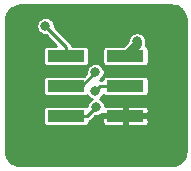
<source format=gbr>
%TF.GenerationSoftware,KiCad,Pcbnew,(5.1.8)-1*%
%TF.CreationDate,2022-07-09T12:20:42+10:00*%
%TF.ProjectId,ICSP_edge_adapter,49435350-5f65-4646-9765-5f6164617074,rev?*%
%TF.SameCoordinates,Original*%
%TF.FileFunction,Copper,L1,Top*%
%TF.FilePolarity,Positive*%
%FSLAX46Y46*%
G04 Gerber Fmt 4.6, Leading zero omitted, Abs format (unit mm)*
G04 Created by KiCad (PCBNEW (5.1.8)-1) date 2022-07-09 12:20:42*
%MOMM*%
%LPD*%
G01*
G04 APERTURE LIST*
%TA.AperFunction,SMDPad,CuDef*%
%ADD10R,3.150000X1.000000*%
%TD*%
%TA.AperFunction,ViaPad*%
%ADD11C,0.800000*%
%TD*%
%TA.AperFunction,Conductor*%
%ADD12C,0.250000*%
%TD*%
%TA.AperFunction,Conductor*%
%ADD13C,0.750000*%
%TD*%
%TA.AperFunction,Conductor*%
%ADD14C,0.254000*%
%TD*%
%TA.AperFunction,Conductor*%
%ADD15C,0.100000*%
%TD*%
G04 APERTURE END LIST*
D10*
%TO.P,J1,1*%
%TO.N,/MISO*%
X99183401Y-45065801D03*
%TO.P,J1,2*%
%TO.N,+3V3*%
X104233401Y-45065801D03*
%TO.P,J1,3*%
%TO.N,/SCK*%
X99183401Y-47605801D03*
%TO.P,J1,4*%
%TO.N,/MOSI*%
X104233401Y-47605801D03*
%TO.P,J1,5*%
%TO.N,/RST*%
X99183401Y-50145801D03*
%TO.P,J1,6*%
%TO.N,GND*%
X104233401Y-50145801D03*
%TD*%
D11*
%TO.N,/MISO*%
X97464880Y-42555160D03*
%TO.N,+3V3*%
X105227120Y-43835320D03*
%TO.N,/SCK*%
X101686360Y-46446440D03*
%TO.N,/MOSI*%
X101666040Y-48006000D03*
%TO.N,/RST*%
X101752400Y-49392840D03*
%TO.N,GND*%
X95849440Y-43545760D03*
X95849440Y-51739800D03*
X97398840Y-53207920D03*
X100434986Y-53207920D03*
X95849440Y-48462184D03*
X95849440Y-46823376D03*
X103471132Y-53207920D03*
X106507280Y-53207920D03*
X107523280Y-46401736D03*
X107523280Y-48040544D03*
X107523280Y-51318160D03*
X107523280Y-43124120D03*
%TD*%
D12*
%TO.N,/MISO*%
X99183401Y-44273681D02*
X97464880Y-42555160D01*
X99183401Y-45065801D02*
X99183401Y-44273681D01*
D13*
%TO.N,+3V3*%
X105227120Y-44072082D02*
X104233401Y-45065801D01*
X105227120Y-43835320D02*
X105227120Y-44072082D01*
D12*
%TO.N,/SCK*%
X100526999Y-47605801D02*
X99183401Y-47605801D01*
X101686360Y-46446440D02*
X100526999Y-47605801D01*
%TO.N,/MOSI*%
X102066239Y-47605801D02*
X104233401Y-47605801D01*
X101666040Y-48006000D02*
X102066239Y-47605801D01*
%TO.N,/RST*%
X100999439Y-50145801D02*
X99183401Y-50145801D01*
X101752400Y-49392840D02*
X100999439Y-50145801D01*
%TD*%
D14*
%TO.N,GND*%
X108132709Y-40787998D02*
X108379967Y-40812243D01*
X108598877Y-40878336D01*
X108800786Y-40985692D01*
X108977995Y-41130221D01*
X109123756Y-41306417D01*
X109232520Y-41507572D01*
X109300140Y-41726016D01*
X109326001Y-41972064D01*
X109326818Y-53141734D01*
X109302578Y-53388962D01*
X109236483Y-53607878D01*
X109129128Y-53809783D01*
X108984600Y-53986993D01*
X108808404Y-54132755D01*
X108607247Y-54241520D01*
X108388802Y-54309140D01*
X108142768Y-54335000D01*
X95320456Y-54335000D01*
X95073219Y-54310759D01*
X94854303Y-54244664D01*
X94652398Y-54137309D01*
X94475188Y-53992781D01*
X94329426Y-53816585D01*
X94220661Y-53615428D01*
X94153041Y-53396983D01*
X94127181Y-53150951D01*
X94127622Y-47105801D01*
X97229577Y-47105801D01*
X97229577Y-48105801D01*
X97236856Y-48179706D01*
X97258413Y-48250771D01*
X97293420Y-48316264D01*
X97340532Y-48373670D01*
X97397938Y-48420782D01*
X97463431Y-48455789D01*
X97534496Y-48477346D01*
X97608401Y-48484625D01*
X100758401Y-48484625D01*
X100832306Y-48477346D01*
X100903371Y-48455789D01*
X100968864Y-48420782D01*
X100994590Y-48399669D01*
X101062504Y-48501309D01*
X101170731Y-48609536D01*
X101297992Y-48694569D01*
X101360267Y-48720364D01*
X101257091Y-48789304D01*
X101148864Y-48897531D01*
X101063831Y-49024792D01*
X101005259Y-49166197D01*
X100975400Y-49316312D01*
X100975400Y-49336184D01*
X100968864Y-49330820D01*
X100903371Y-49295813D01*
X100832306Y-49274256D01*
X100758401Y-49266977D01*
X97608401Y-49266977D01*
X97534496Y-49274256D01*
X97463431Y-49295813D01*
X97397938Y-49330820D01*
X97340532Y-49377932D01*
X97293420Y-49435338D01*
X97258413Y-49500831D01*
X97236856Y-49571896D01*
X97229577Y-49645801D01*
X97229577Y-50645801D01*
X97236856Y-50719706D01*
X97258413Y-50790771D01*
X97293420Y-50856264D01*
X97340532Y-50913670D01*
X97397938Y-50960782D01*
X97463431Y-50995789D01*
X97534496Y-51017346D01*
X97608401Y-51024625D01*
X100758401Y-51024625D01*
X100832306Y-51017346D01*
X100903371Y-50995789D01*
X100968864Y-50960782D01*
X101026270Y-50913670D01*
X101073382Y-50856264D01*
X101108389Y-50790771D01*
X101129946Y-50719706D01*
X101137225Y-50645801D01*
X102279577Y-50645801D01*
X102286856Y-50719706D01*
X102308413Y-50790771D01*
X102343420Y-50856264D01*
X102390532Y-50913670D01*
X102447938Y-50960782D01*
X102513431Y-50995789D01*
X102584496Y-51017346D01*
X102658401Y-51024625D01*
X104012151Y-51022801D01*
X104106401Y-50928551D01*
X104106401Y-50272801D01*
X104360401Y-50272801D01*
X104360401Y-50928551D01*
X104454651Y-51022801D01*
X105808401Y-51024625D01*
X105882306Y-51017346D01*
X105953371Y-50995789D01*
X106018864Y-50960782D01*
X106076270Y-50913670D01*
X106123382Y-50856264D01*
X106158389Y-50790771D01*
X106179946Y-50719706D01*
X106187225Y-50645801D01*
X106185401Y-50367051D01*
X106091151Y-50272801D01*
X104360401Y-50272801D01*
X104106401Y-50272801D01*
X102375651Y-50272801D01*
X102281401Y-50367051D01*
X102279577Y-50645801D01*
X101137225Y-50645801D01*
X101137225Y-50628592D01*
X101192475Y-50611832D01*
X101279684Y-50565218D01*
X101356123Y-50502485D01*
X101371840Y-50483334D01*
X101685335Y-50169840D01*
X101828928Y-50169840D01*
X101979043Y-50139981D01*
X102120448Y-50081409D01*
X102247709Y-49996376D01*
X102300468Y-49943618D01*
X102375651Y-50018801D01*
X104106401Y-50018801D01*
X104106401Y-49363051D01*
X104360401Y-49363051D01*
X104360401Y-50018801D01*
X106091151Y-50018801D01*
X106185401Y-49924551D01*
X106187225Y-49645801D01*
X106179946Y-49571896D01*
X106158389Y-49500831D01*
X106123382Y-49435338D01*
X106076270Y-49377932D01*
X106018864Y-49330820D01*
X105953371Y-49295813D01*
X105882306Y-49274256D01*
X105808401Y-49266977D01*
X104454651Y-49268801D01*
X104360401Y-49363051D01*
X104106401Y-49363051D01*
X104012151Y-49268801D01*
X102658401Y-49266977D01*
X102584496Y-49274256D01*
X102524646Y-49292411D01*
X102499541Y-49166197D01*
X102440969Y-49024792D01*
X102355936Y-48897531D01*
X102247709Y-48789304D01*
X102120448Y-48704271D01*
X102058173Y-48678476D01*
X102161349Y-48609536D01*
X102269576Y-48501309D01*
X102354609Y-48374048D01*
X102366763Y-48344707D01*
X102390532Y-48373670D01*
X102447938Y-48420782D01*
X102513431Y-48455789D01*
X102584496Y-48477346D01*
X102658401Y-48484625D01*
X105808401Y-48484625D01*
X105882306Y-48477346D01*
X105953371Y-48455789D01*
X106018864Y-48420782D01*
X106076270Y-48373670D01*
X106123382Y-48316264D01*
X106158389Y-48250771D01*
X106179946Y-48179706D01*
X106187225Y-48105801D01*
X106187225Y-47105801D01*
X106179946Y-47031896D01*
X106158389Y-46960831D01*
X106123382Y-46895338D01*
X106076270Y-46837932D01*
X106018864Y-46790820D01*
X105953371Y-46755813D01*
X105882306Y-46734256D01*
X105808401Y-46726977D01*
X102658401Y-46726977D01*
X102584496Y-46734256D01*
X102513431Y-46755813D01*
X102447938Y-46790820D01*
X102390532Y-46837932D01*
X102343420Y-46895338D01*
X102308413Y-46960831D01*
X102286856Y-47031896D01*
X102279774Y-47103801D01*
X102101114Y-47103801D01*
X102181669Y-47049976D01*
X102289896Y-46941749D01*
X102374929Y-46814488D01*
X102433501Y-46673083D01*
X102463360Y-46522968D01*
X102463360Y-46369912D01*
X102433501Y-46219797D01*
X102374929Y-46078392D01*
X102289896Y-45951131D01*
X102181669Y-45842904D01*
X102054408Y-45757871D01*
X101913003Y-45699299D01*
X101762888Y-45669440D01*
X101609832Y-45669440D01*
X101459717Y-45699299D01*
X101318312Y-45757871D01*
X101191051Y-45842904D01*
X101082824Y-45951131D01*
X100997791Y-46078392D01*
X100939219Y-46219797D01*
X100909360Y-46369912D01*
X100909360Y-46513505D01*
X100695889Y-46726977D01*
X97608401Y-46726977D01*
X97534496Y-46734256D01*
X97463431Y-46755813D01*
X97397938Y-46790820D01*
X97340532Y-46837932D01*
X97293420Y-46895338D01*
X97258413Y-46960831D01*
X97236856Y-47031896D01*
X97229577Y-47105801D01*
X94127622Y-47105801D01*
X94127961Y-42478632D01*
X96687880Y-42478632D01*
X96687880Y-42631688D01*
X96717739Y-42781803D01*
X96776311Y-42923208D01*
X96861344Y-43050469D01*
X96969571Y-43158696D01*
X97096832Y-43243729D01*
X97238237Y-43302301D01*
X97388352Y-43332160D01*
X97531945Y-43332160D01*
X98386762Y-44186977D01*
X97608401Y-44186977D01*
X97534496Y-44194256D01*
X97463431Y-44215813D01*
X97397938Y-44250820D01*
X97340532Y-44297932D01*
X97293420Y-44355338D01*
X97258413Y-44420831D01*
X97236856Y-44491896D01*
X97229577Y-44565801D01*
X97229577Y-45565801D01*
X97236856Y-45639706D01*
X97258413Y-45710771D01*
X97293420Y-45776264D01*
X97340532Y-45833670D01*
X97397938Y-45880782D01*
X97463431Y-45915789D01*
X97534496Y-45937346D01*
X97608401Y-45944625D01*
X100758401Y-45944625D01*
X100832306Y-45937346D01*
X100903371Y-45915789D01*
X100968864Y-45880782D01*
X101026270Y-45833670D01*
X101073382Y-45776264D01*
X101108389Y-45710771D01*
X101129946Y-45639706D01*
X101137225Y-45565801D01*
X101137225Y-44565801D01*
X102279577Y-44565801D01*
X102279577Y-45565801D01*
X102286856Y-45639706D01*
X102308413Y-45710771D01*
X102343420Y-45776264D01*
X102390532Y-45833670D01*
X102447938Y-45880782D01*
X102513431Y-45915789D01*
X102584496Y-45937346D01*
X102658401Y-45944625D01*
X105808401Y-45944625D01*
X105882306Y-45937346D01*
X105953371Y-45915789D01*
X106018864Y-45880782D01*
X106076270Y-45833670D01*
X106123382Y-45776264D01*
X106158389Y-45710771D01*
X106179946Y-45639706D01*
X106187225Y-45565801D01*
X106187225Y-44565801D01*
X106179946Y-44491896D01*
X106158389Y-44420831D01*
X106123382Y-44355338D01*
X106076270Y-44297932D01*
X106018864Y-44250820D01*
X105967127Y-44223166D01*
X105968239Y-44219499D01*
X105979120Y-44109019D01*
X105979120Y-44109018D01*
X105982758Y-44072082D01*
X105979277Y-44036744D01*
X106004120Y-43911848D01*
X106004120Y-43758792D01*
X105974261Y-43608677D01*
X105915689Y-43467272D01*
X105830656Y-43340011D01*
X105722429Y-43231784D01*
X105595168Y-43146751D01*
X105453763Y-43088179D01*
X105303648Y-43058320D01*
X105150592Y-43058320D01*
X105000477Y-43088179D01*
X104859072Y-43146751D01*
X104731811Y-43231784D01*
X104623584Y-43340011D01*
X104538551Y-43467272D01*
X104479979Y-43608677D01*
X104450120Y-43758792D01*
X104450120Y-43785593D01*
X104048737Y-44186977D01*
X102658401Y-44186977D01*
X102584496Y-44194256D01*
X102513431Y-44215813D01*
X102447938Y-44250820D01*
X102390532Y-44297932D01*
X102343420Y-44355338D01*
X102308413Y-44420831D01*
X102286856Y-44491896D01*
X102279577Y-44565801D01*
X101137225Y-44565801D01*
X101129946Y-44491896D01*
X101108389Y-44420831D01*
X101073382Y-44355338D01*
X101026270Y-44297932D01*
X100968864Y-44250820D01*
X100903371Y-44215813D01*
X100832306Y-44194256D01*
X100758401Y-44186977D01*
X99679290Y-44186977D01*
X99678137Y-44175272D01*
X99649432Y-44080645D01*
X99627733Y-44040049D01*
X99602818Y-43993435D01*
X99555801Y-43936145D01*
X99555793Y-43936137D01*
X99540085Y-43916997D01*
X99520944Y-43901288D01*
X98241880Y-42622225D01*
X98241880Y-42478632D01*
X98212021Y-42328517D01*
X98153449Y-42187112D01*
X98068416Y-42059851D01*
X97960189Y-41951624D01*
X97832928Y-41866591D01*
X97691523Y-41808019D01*
X97541408Y-41778160D01*
X97388352Y-41778160D01*
X97238237Y-41808019D01*
X97096832Y-41866591D01*
X96969571Y-41951624D01*
X96861344Y-42059851D01*
X96776311Y-42187112D01*
X96717739Y-42328517D01*
X96687880Y-42478632D01*
X94127961Y-42478632D01*
X94127998Y-41980476D01*
X94152243Y-41733214D01*
X94218336Y-41514304D01*
X94325692Y-41312395D01*
X94470221Y-41135186D01*
X94646417Y-40989425D01*
X94847572Y-40880661D01*
X95066016Y-40813041D01*
X95312053Y-40787181D01*
X108132709Y-40787998D01*
%TA.AperFunction,Conductor*%
D15*
G36*
X108132709Y-40787998D02*
G01*
X108379967Y-40812243D01*
X108598877Y-40878336D01*
X108800786Y-40985692D01*
X108977995Y-41130221D01*
X109123756Y-41306417D01*
X109232520Y-41507572D01*
X109300140Y-41726016D01*
X109326001Y-41972064D01*
X109326818Y-53141734D01*
X109302578Y-53388962D01*
X109236483Y-53607878D01*
X109129128Y-53809783D01*
X108984600Y-53986993D01*
X108808404Y-54132755D01*
X108607247Y-54241520D01*
X108388802Y-54309140D01*
X108142768Y-54335000D01*
X95320456Y-54335000D01*
X95073219Y-54310759D01*
X94854303Y-54244664D01*
X94652398Y-54137309D01*
X94475188Y-53992781D01*
X94329426Y-53816585D01*
X94220661Y-53615428D01*
X94153041Y-53396983D01*
X94127181Y-53150951D01*
X94127622Y-47105801D01*
X97229577Y-47105801D01*
X97229577Y-48105801D01*
X97236856Y-48179706D01*
X97258413Y-48250771D01*
X97293420Y-48316264D01*
X97340532Y-48373670D01*
X97397938Y-48420782D01*
X97463431Y-48455789D01*
X97534496Y-48477346D01*
X97608401Y-48484625D01*
X100758401Y-48484625D01*
X100832306Y-48477346D01*
X100903371Y-48455789D01*
X100968864Y-48420782D01*
X100994590Y-48399669D01*
X101062504Y-48501309D01*
X101170731Y-48609536D01*
X101297992Y-48694569D01*
X101360267Y-48720364D01*
X101257091Y-48789304D01*
X101148864Y-48897531D01*
X101063831Y-49024792D01*
X101005259Y-49166197D01*
X100975400Y-49316312D01*
X100975400Y-49336184D01*
X100968864Y-49330820D01*
X100903371Y-49295813D01*
X100832306Y-49274256D01*
X100758401Y-49266977D01*
X97608401Y-49266977D01*
X97534496Y-49274256D01*
X97463431Y-49295813D01*
X97397938Y-49330820D01*
X97340532Y-49377932D01*
X97293420Y-49435338D01*
X97258413Y-49500831D01*
X97236856Y-49571896D01*
X97229577Y-49645801D01*
X97229577Y-50645801D01*
X97236856Y-50719706D01*
X97258413Y-50790771D01*
X97293420Y-50856264D01*
X97340532Y-50913670D01*
X97397938Y-50960782D01*
X97463431Y-50995789D01*
X97534496Y-51017346D01*
X97608401Y-51024625D01*
X100758401Y-51024625D01*
X100832306Y-51017346D01*
X100903371Y-50995789D01*
X100968864Y-50960782D01*
X101026270Y-50913670D01*
X101073382Y-50856264D01*
X101108389Y-50790771D01*
X101129946Y-50719706D01*
X101137225Y-50645801D01*
X102279577Y-50645801D01*
X102286856Y-50719706D01*
X102308413Y-50790771D01*
X102343420Y-50856264D01*
X102390532Y-50913670D01*
X102447938Y-50960782D01*
X102513431Y-50995789D01*
X102584496Y-51017346D01*
X102658401Y-51024625D01*
X104012151Y-51022801D01*
X104106401Y-50928551D01*
X104106401Y-50272801D01*
X104360401Y-50272801D01*
X104360401Y-50928551D01*
X104454651Y-51022801D01*
X105808401Y-51024625D01*
X105882306Y-51017346D01*
X105953371Y-50995789D01*
X106018864Y-50960782D01*
X106076270Y-50913670D01*
X106123382Y-50856264D01*
X106158389Y-50790771D01*
X106179946Y-50719706D01*
X106187225Y-50645801D01*
X106185401Y-50367051D01*
X106091151Y-50272801D01*
X104360401Y-50272801D01*
X104106401Y-50272801D01*
X102375651Y-50272801D01*
X102281401Y-50367051D01*
X102279577Y-50645801D01*
X101137225Y-50645801D01*
X101137225Y-50628592D01*
X101192475Y-50611832D01*
X101279684Y-50565218D01*
X101356123Y-50502485D01*
X101371840Y-50483334D01*
X101685335Y-50169840D01*
X101828928Y-50169840D01*
X101979043Y-50139981D01*
X102120448Y-50081409D01*
X102247709Y-49996376D01*
X102300468Y-49943618D01*
X102375651Y-50018801D01*
X104106401Y-50018801D01*
X104106401Y-49363051D01*
X104360401Y-49363051D01*
X104360401Y-50018801D01*
X106091151Y-50018801D01*
X106185401Y-49924551D01*
X106187225Y-49645801D01*
X106179946Y-49571896D01*
X106158389Y-49500831D01*
X106123382Y-49435338D01*
X106076270Y-49377932D01*
X106018864Y-49330820D01*
X105953371Y-49295813D01*
X105882306Y-49274256D01*
X105808401Y-49266977D01*
X104454651Y-49268801D01*
X104360401Y-49363051D01*
X104106401Y-49363051D01*
X104012151Y-49268801D01*
X102658401Y-49266977D01*
X102584496Y-49274256D01*
X102524646Y-49292411D01*
X102499541Y-49166197D01*
X102440969Y-49024792D01*
X102355936Y-48897531D01*
X102247709Y-48789304D01*
X102120448Y-48704271D01*
X102058173Y-48678476D01*
X102161349Y-48609536D01*
X102269576Y-48501309D01*
X102354609Y-48374048D01*
X102366763Y-48344707D01*
X102390532Y-48373670D01*
X102447938Y-48420782D01*
X102513431Y-48455789D01*
X102584496Y-48477346D01*
X102658401Y-48484625D01*
X105808401Y-48484625D01*
X105882306Y-48477346D01*
X105953371Y-48455789D01*
X106018864Y-48420782D01*
X106076270Y-48373670D01*
X106123382Y-48316264D01*
X106158389Y-48250771D01*
X106179946Y-48179706D01*
X106187225Y-48105801D01*
X106187225Y-47105801D01*
X106179946Y-47031896D01*
X106158389Y-46960831D01*
X106123382Y-46895338D01*
X106076270Y-46837932D01*
X106018864Y-46790820D01*
X105953371Y-46755813D01*
X105882306Y-46734256D01*
X105808401Y-46726977D01*
X102658401Y-46726977D01*
X102584496Y-46734256D01*
X102513431Y-46755813D01*
X102447938Y-46790820D01*
X102390532Y-46837932D01*
X102343420Y-46895338D01*
X102308413Y-46960831D01*
X102286856Y-47031896D01*
X102279774Y-47103801D01*
X102101114Y-47103801D01*
X102181669Y-47049976D01*
X102289896Y-46941749D01*
X102374929Y-46814488D01*
X102433501Y-46673083D01*
X102463360Y-46522968D01*
X102463360Y-46369912D01*
X102433501Y-46219797D01*
X102374929Y-46078392D01*
X102289896Y-45951131D01*
X102181669Y-45842904D01*
X102054408Y-45757871D01*
X101913003Y-45699299D01*
X101762888Y-45669440D01*
X101609832Y-45669440D01*
X101459717Y-45699299D01*
X101318312Y-45757871D01*
X101191051Y-45842904D01*
X101082824Y-45951131D01*
X100997791Y-46078392D01*
X100939219Y-46219797D01*
X100909360Y-46369912D01*
X100909360Y-46513505D01*
X100695889Y-46726977D01*
X97608401Y-46726977D01*
X97534496Y-46734256D01*
X97463431Y-46755813D01*
X97397938Y-46790820D01*
X97340532Y-46837932D01*
X97293420Y-46895338D01*
X97258413Y-46960831D01*
X97236856Y-47031896D01*
X97229577Y-47105801D01*
X94127622Y-47105801D01*
X94127961Y-42478632D01*
X96687880Y-42478632D01*
X96687880Y-42631688D01*
X96717739Y-42781803D01*
X96776311Y-42923208D01*
X96861344Y-43050469D01*
X96969571Y-43158696D01*
X97096832Y-43243729D01*
X97238237Y-43302301D01*
X97388352Y-43332160D01*
X97531945Y-43332160D01*
X98386762Y-44186977D01*
X97608401Y-44186977D01*
X97534496Y-44194256D01*
X97463431Y-44215813D01*
X97397938Y-44250820D01*
X97340532Y-44297932D01*
X97293420Y-44355338D01*
X97258413Y-44420831D01*
X97236856Y-44491896D01*
X97229577Y-44565801D01*
X97229577Y-45565801D01*
X97236856Y-45639706D01*
X97258413Y-45710771D01*
X97293420Y-45776264D01*
X97340532Y-45833670D01*
X97397938Y-45880782D01*
X97463431Y-45915789D01*
X97534496Y-45937346D01*
X97608401Y-45944625D01*
X100758401Y-45944625D01*
X100832306Y-45937346D01*
X100903371Y-45915789D01*
X100968864Y-45880782D01*
X101026270Y-45833670D01*
X101073382Y-45776264D01*
X101108389Y-45710771D01*
X101129946Y-45639706D01*
X101137225Y-45565801D01*
X101137225Y-44565801D01*
X102279577Y-44565801D01*
X102279577Y-45565801D01*
X102286856Y-45639706D01*
X102308413Y-45710771D01*
X102343420Y-45776264D01*
X102390532Y-45833670D01*
X102447938Y-45880782D01*
X102513431Y-45915789D01*
X102584496Y-45937346D01*
X102658401Y-45944625D01*
X105808401Y-45944625D01*
X105882306Y-45937346D01*
X105953371Y-45915789D01*
X106018864Y-45880782D01*
X106076270Y-45833670D01*
X106123382Y-45776264D01*
X106158389Y-45710771D01*
X106179946Y-45639706D01*
X106187225Y-45565801D01*
X106187225Y-44565801D01*
X106179946Y-44491896D01*
X106158389Y-44420831D01*
X106123382Y-44355338D01*
X106076270Y-44297932D01*
X106018864Y-44250820D01*
X105967127Y-44223166D01*
X105968239Y-44219499D01*
X105979120Y-44109019D01*
X105979120Y-44109018D01*
X105982758Y-44072082D01*
X105979277Y-44036744D01*
X106004120Y-43911848D01*
X106004120Y-43758792D01*
X105974261Y-43608677D01*
X105915689Y-43467272D01*
X105830656Y-43340011D01*
X105722429Y-43231784D01*
X105595168Y-43146751D01*
X105453763Y-43088179D01*
X105303648Y-43058320D01*
X105150592Y-43058320D01*
X105000477Y-43088179D01*
X104859072Y-43146751D01*
X104731811Y-43231784D01*
X104623584Y-43340011D01*
X104538551Y-43467272D01*
X104479979Y-43608677D01*
X104450120Y-43758792D01*
X104450120Y-43785593D01*
X104048737Y-44186977D01*
X102658401Y-44186977D01*
X102584496Y-44194256D01*
X102513431Y-44215813D01*
X102447938Y-44250820D01*
X102390532Y-44297932D01*
X102343420Y-44355338D01*
X102308413Y-44420831D01*
X102286856Y-44491896D01*
X102279577Y-44565801D01*
X101137225Y-44565801D01*
X101129946Y-44491896D01*
X101108389Y-44420831D01*
X101073382Y-44355338D01*
X101026270Y-44297932D01*
X100968864Y-44250820D01*
X100903371Y-44215813D01*
X100832306Y-44194256D01*
X100758401Y-44186977D01*
X99679290Y-44186977D01*
X99678137Y-44175272D01*
X99649432Y-44080645D01*
X99627733Y-44040049D01*
X99602818Y-43993435D01*
X99555801Y-43936145D01*
X99555793Y-43936137D01*
X99540085Y-43916997D01*
X99520944Y-43901288D01*
X98241880Y-42622225D01*
X98241880Y-42478632D01*
X98212021Y-42328517D01*
X98153449Y-42187112D01*
X98068416Y-42059851D01*
X97960189Y-41951624D01*
X97832928Y-41866591D01*
X97691523Y-41808019D01*
X97541408Y-41778160D01*
X97388352Y-41778160D01*
X97238237Y-41808019D01*
X97096832Y-41866591D01*
X96969571Y-41951624D01*
X96861344Y-42059851D01*
X96776311Y-42187112D01*
X96717739Y-42328517D01*
X96687880Y-42478632D01*
X94127961Y-42478632D01*
X94127998Y-41980476D01*
X94152243Y-41733214D01*
X94218336Y-41514304D01*
X94325692Y-41312395D01*
X94470221Y-41135186D01*
X94646417Y-40989425D01*
X94847572Y-40880661D01*
X95066016Y-40813041D01*
X95312053Y-40787181D01*
X108132709Y-40787998D01*
G37*
%TD.AperFunction*%
%TD*%
M02*

</source>
